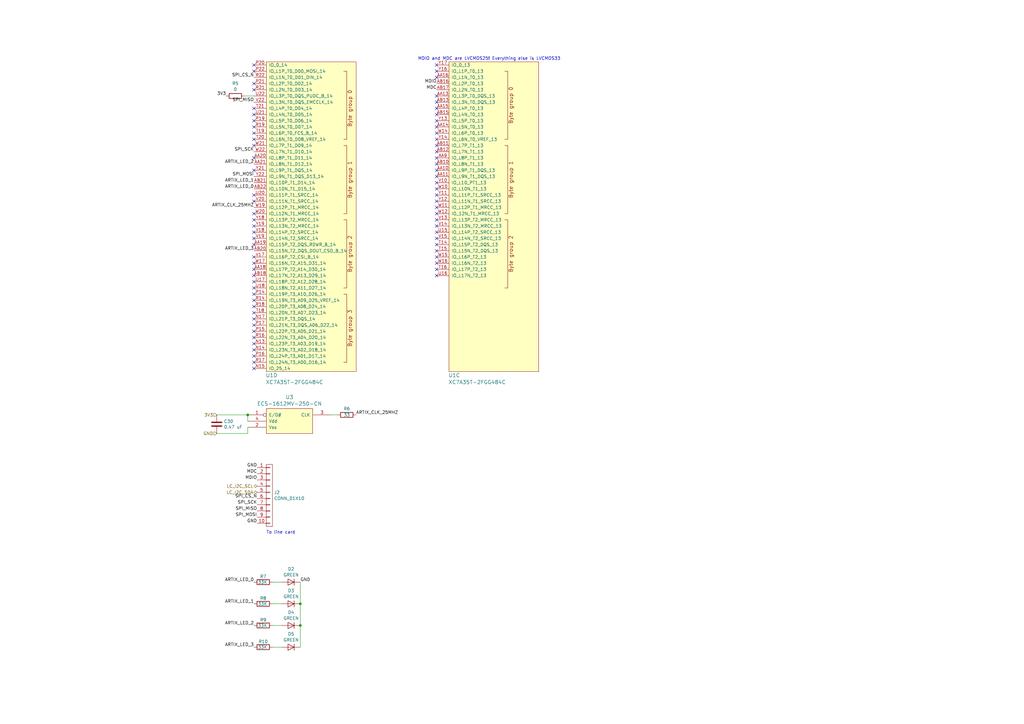
<source format=kicad_sch>
(kicad_sch (version 20231120) (generator "eeschema") (generator_version "8.0")
  (paper "A3")
  (title_block (title "Andrew D. Zonenberg") (date "2025-01-19") (rev "0.1") (company "Antikernel Labs"))
  (junction (at 123.19 256.54))
  (junction (at 101.6 170.18))
  (junction (at 123.19 247.65))
  (no_connect (at 179.07 49.53))
  (no_connect (at 179.07 100.33))
  (no_connect (at 179.07 82.55))
  (no_connect (at 104.14 140.97))
  (no_connect (at 104.14 64.77))
  (no_connect (at 179.07 85.09))
  (no_connect (at 104.14 82.55))
  (no_connect (at 104.14 80.01))
  (no_connect (at 179.07 57.15))
  (no_connect (at 104.14 115.57))
  (no_connect (at 104.14 34.29))
  (no_connect (at 104.14 87.63))
  (no_connect (at 104.14 113.03))
  (no_connect (at 179.07 113.03))
  (no_connect (at 104.14 46.99))
  (no_connect (at 179.07 77.47))
  (no_connect (at 179.07 62.23))
  (no_connect (at 104.14 57.15))
  (no_connect (at 104.14 146.05))
  (no_connect (at 104.14 151.13))
  (no_connect (at 179.07 87.63))
  (no_connect (at 104.14 69.85))
  (no_connect (at 179.07 26.67))
  (no_connect (at 104.14 44.45))
  (no_connect (at 104.14 49.53))
  (no_connect (at 104.14 29.21))
  (no_connect (at 104.14 123.19))
  (no_connect (at 104.14 120.65))
  (no_connect (at 104.14 148.59))
  (no_connect (at 104.14 110.49))
  (no_connect (at 179.07 67.31))
  (no_connect (at 104.14 92.71))
  (no_connect (at 104.14 52.07))
  (no_connect (at 104.14 90.17))
  (no_connect (at 179.07 52.07))
  (no_connect (at 179.07 107.95))
  (no_connect (at 104.14 138.43))
  (no_connect (at 179.07 44.45))
  (no_connect (at 179.07 72.39))
  (no_connect (at 179.07 90.17))
  (no_connect (at 179.07 105.41))
  (no_connect (at 104.14 143.51))
  (no_connect (at 179.07 95.25))
  (no_connect (at 104.14 135.89))
  (no_connect (at 179.07 54.61))
  (no_connect (at 104.14 107.95))
  (no_connect (at 104.14 100.33))
  (no_connect (at 179.07 69.85))
  (no_connect (at 179.07 31.75))
  (no_connect (at 179.07 46.99))
  (no_connect (at 179.07 64.77))
  (no_connect (at 104.14 105.41))
  (no_connect (at 104.14 95.25))
  (no_connect (at 104.14 59.69))
  (no_connect (at 179.07 41.91))
  (no_connect (at 179.07 110.49))
  (no_connect (at 179.07 29.21))
  (no_connect (at 104.14 26.67))
  (no_connect (at 179.07 102.87))
  (no_connect (at 179.07 97.79))
  (no_connect (at 179.07 59.69))
  (no_connect (at 179.07 39.37))
  (no_connect (at 104.14 54.61))
  (no_connect (at 104.14 125.73))
  (no_connect (at 104.14 133.35))
  (no_connect (at 179.07 80.01))
  (no_connect (at 104.14 130.81))
  (no_connect (at 104.14 118.11))
  (no_connect (at 104.14 97.79))
  (no_connect (at 104.14 36.83))
  (no_connect (at 179.07 92.71))
  (no_connect (at 104.14 128.27))
  (no_connect (at 179.07 74.93))
  (wire (pts (xy 138.43 170.18) (xy 135.89 170.18)))
  (wire (pts (xy 101.6 177.8) (xy 101.6 175.26)))
  (wire (pts (xy 111.76 247.65) (xy 115.57 247.65)))
  (wire (pts (xy 123.19 247.65) (xy 123.19 256.54)))
  (wire (pts (xy 101.6 170.18) (xy 101.6 172.72)))
  (wire (pts (xy 123.19 256.54) (xy 123.19 265.43)))
  (wire (pts (xy 111.76 256.54) (xy 115.57 256.54)))
  (wire (pts (xy 123.19 238.76) (xy 123.19 247.65)))
  (wire (pts (xy 111.76 238.76) (xy 115.57 238.76)))
  (wire (pts (xy 111.76 265.43) (xy 115.57 265.43)))
  (wire (pts (xy 100.33 39.37) (xy 104.14 39.37)))
  (wire (pts (xy 88.9 177.8) (xy 101.6 177.8)))
  (wire (pts (xy 88.9 170.18) (xy 101.6 170.18)))
  (text "To line card" (at 109.22 218.44 0) (effects (font (size 1.27 1.27)) (justify left)))
  (text "MDIO and MDC are LVCMOS25! Everything else is LVCMOS33" (at 200.66 24.13 0) (effects (font (size 1.27 1.27))))
  (label "3V3" (at 92.71 39.37 180))
  (label "MDC" (at 179.07 36.83 180))
  (label "ARTIX_CLK_25MHZ" (at 146.05 170.18 0))
  (label "ARTIX_LED_2" (at 104.14 67.31 180))
  (label "ARTIX_LED_1" (at 104.14 74.93 180))
  (label "SPI_SCK" (at 104.14 62.23 180))
  (label "SPI_MOSI" (at 105.41 212.09 180))
  (label "ARTIX_LED_2" (at 104.14 256.54 180))
  (label "GND" (at 123.19 238.76 0))
  (label "SPI_CS_N" (at 104.14 31.75 180))
  (label "SPI_CS_N" (at 105.41 204.47 180))
  (label "SPI_SCK" (at 105.41 207.01 180))
  (label "GND" (at 105.41 191.77 180))
  (label "SPI_MISO" (at 104.14 41.91 180))
  (label "SPI_MISO" (at 105.41 209.55 180))
  (label "ARTIX_CLK_25MHZ" (at 104.14 85.09 180))
  (label "MDIO" (at 105.41 196.85 180))
  (label "ARTIX_LED_3" (at 104.14 102.87 180))
  (label "ARTIX_LED_3" (at 104.14 265.43 180))
  (label "SPI_MOSI" (at 104.14 72.39 180))
  (label "ARTIX_LED_0" (at 104.14 238.76 180))
  (label "MDIO" (at 179.07 34.29 180))
  (label "GND" (at 105.41 214.63 180))
  (label "MDC" (at 105.41 194.31 180))
  (label "ARTIX_LED_1" (at 104.14 247.65 180))
  (label "ARTIX_LED_0" (at 104.14 77.47 180))
  (hierarchical_label "3V3" (shape input) (at 88.9 170.18 180))
  (hierarchical_label "LC_I2C_SDA" (shape bidirectional) (at 105.41 201.93 180))
  (hierarchical_label "GND" (shape input) (at 88.9 177.8 180))
  (hierarchical_label "LC_I2C_SCL" (shape bidirectional) (at 105.41 199.39 180))
  (symbol (lib_id "device:D") (at 119.38 256.54 180) (unit 1)
    (property "Reference" "D4" (at 119.38 251.1509 0))
    (property "Value" "GREEN" (at 119.38 253.5752 0))
    (property "Footprint" "azonenberg_pcb:EIA_0402_LED" (effects (hide yes)))
    (property "Description" "Diode" (effects (hide yes)))
  )
  (symbol (lib_id "device:D") (at 119.38 265.43 180) (unit 1)
    (property "Reference" "D5" (at 119.38 260.0409 0))
    (property "Value" "GREEN" (at 119.38 262.4652 0))
    (property "Footprint" "azonenberg_pcb:EIA_0402_LED" (effects (hide yes)))
    (property "Description" "Diode" (effects (hide yes)))
  )
  (symbol (lib_id "device:R") (at 107.95 265.43 90) (unit 1)
    (property "Reference" "R10" (at 107.95 263.144 90))
    (property "Value" "33K" (at 107.696 265.43 90))
    (property "Footprint" "azonenberg_pcb:EIA_0402_RES_NOSILK" (effects (hide yes)))
    (property "Description" "Resistor" (effects (hide yes)))
  )
  (symbol (lib_id "device:R") (at 142.24 170.18 270) (unit 1)
    (property "Reference" "R6" (at 142.24 167.64 90))
    (property "Value" "33" (at 142.24 170.18 90))
    (property "Footprint" "azonenberg_pcb:EIA_0402_RES_NOSILK" (effects (hide yes)))
  )
  (symbol (lib_id "xilinx-azonenberg:XC7AxxxT-xFBG484") (at 184.15 151.13 0) (unit 3)
    (property "Reference" "U1" (at 183.896 153.924 0) (effects (font (size 1.524 1.524)) (justify left)))
    (property "Value" "XC7A35T-2FGG484C" (at 183.896 156.7569 0) (effects (font (size 1.524 1.524)) (justify left)))
    (property "Footprint" "azonenberg_pcb:BGA_484_22x22_FULLARRAY_1MM" (effects (hide yes)))
  )
  (symbol (lib_id "xilinx-azonenberg:XC7AxxxT-xFBG484") (at 109.22 151.13 0) (unit 4)
    (property "Reference" "U1" (at 108.966 153.924 0) (effects (font (size 1.524 1.524)) (justify left)))
    (property "Value" "XC7A35T-2FGG484C" (at 108.966 156.7569 0) (effects (font (size 1.524 1.524)) (justify left)))
    (property "Footprint" "azonenberg_pcb:BGA_484_22x22_FULLARRAY_1MM" (effects (hide yes)))
  )
  (symbol (lib_id "device:R") (at 96.52 39.37 90) (unit 1)
    (property "Reference" "R5" (at 96.52 34.2095 90))
    (property "Value" "0" (at 96.52 36.6338 90))
    (property "Footprint" "azonenberg_pcb:EIA_0402_RES_NOSILK" (effects (hide yes)))
    (property "Description" "Resistor" (effects (hide yes)))
  )
  (symbol (lib_id "device:D") (at 119.38 238.76 180) (unit 1)
    (property "Reference" "D2" (at 119.38 233.3709 0))
    (property "Value" "GREEN" (at 119.38 235.7952 0))
    (property "Footprint" "azonenberg_pcb:EIA_0402_LED" (effects (hide yes)))
    (property "Description" "Diode" (effects (hide yes)))
  )
  (symbol (lib_id "conn:CONN_01X10") (at 110.49 203.2 0) (unit 1)
    (property "Reference" "J2" (at 112.395 201.9878 0) (effects (justify left)))
    (property "Value" "CONN_01X10" (at 112.395 204.4121 0) (effects (justify left)))
    (property "Footprint" "azonenberg_pcb:CONN_MOLEX_PICOBLADE_10POS_0532611071" (effects (hide yes)))
    (property "Description" "Connector, single row, 01x10, pin header" (effects (hide yes)))
  )
  (symbol (lib_id "osc-azonenberg:OSC") (at 119.38 170.18 0) (unit 1)
    (property "Reference" "U3" (at 118.745 162.8902 0) (effects (font (size 1.524 1.524))))
    (property "Value" "ECS-1612MV-250-CN" (at 118.745 165.5826 0) (effects (font (size 1.524 1.524))))
    (property "Footprint" "azonenberg_pcb:OSCILLATOR_1.6x1.2" (effects (hide yes)))
  )
  (symbol (lib_id "device:R") (at 107.95 247.65 90) (unit 1)
    (property "Reference" "R8" (at 107.95 245.364 90))
    (property "Value" "33K" (at 107.696 247.65 90))
    (property "Footprint" "azonenberg_pcb:EIA_0402_RES_NOSILK" (effects (hide yes)))
    (property "Description" "Resistor" (effects (hide yes)))
  )
  (symbol (lib_id "device:D") (at 119.38 247.65 180) (unit 1)
    (property "Reference" "D3" (at 119.38 242.2609 0))
    (property "Value" "GREEN" (at 119.38 244.6852 0))
    (property "Footprint" "azonenberg_pcb:EIA_0402_LED" (effects (hide yes)))
    (property "Description" "Diode" (effects (hide yes)))
  )
  (symbol (lib_id "device:C") (at 88.9 173.99 0) (unit 1)
    (property "Reference" "C30" (at 91.821 172.8216 0) (effects (justify left)))
    (property "Value" "0.47 uF" (at 91.821 175.133 0) (effects (justify left)))
    (property "Footprint" "azonenberg_pcb:EIA_0402_CAP_NOSILK" (effects (hide yes)))
  )
  (symbol (lib_id "device:R") (at 107.95 256.54 90) (unit 1)
    (property "Reference" "R9" (at 107.95 254.254 90))
    (property "Value" "33K" (at 107.696 256.54 90))
    (property "Footprint" "azonenberg_pcb:EIA_0402_RES_NOSILK" (effects (hide yes)))
    (property "Description" "Resistor" (effects (hide yes)))
  )
  (symbol (lib_id "device:R") (at 107.95 238.76 90) (unit 1)
    (property "Reference" "R7" (at 107.95 236.474 90))
    (property "Value" "33K" (at 107.696 238.76 90))
    (property "Footprint" "azonenberg_pcb:EIA_0402_RES_NOSILK" (effects (hide yes)))
    (property "Description" "Resistor" (effects (hide yes)))
  )
)
</source>
